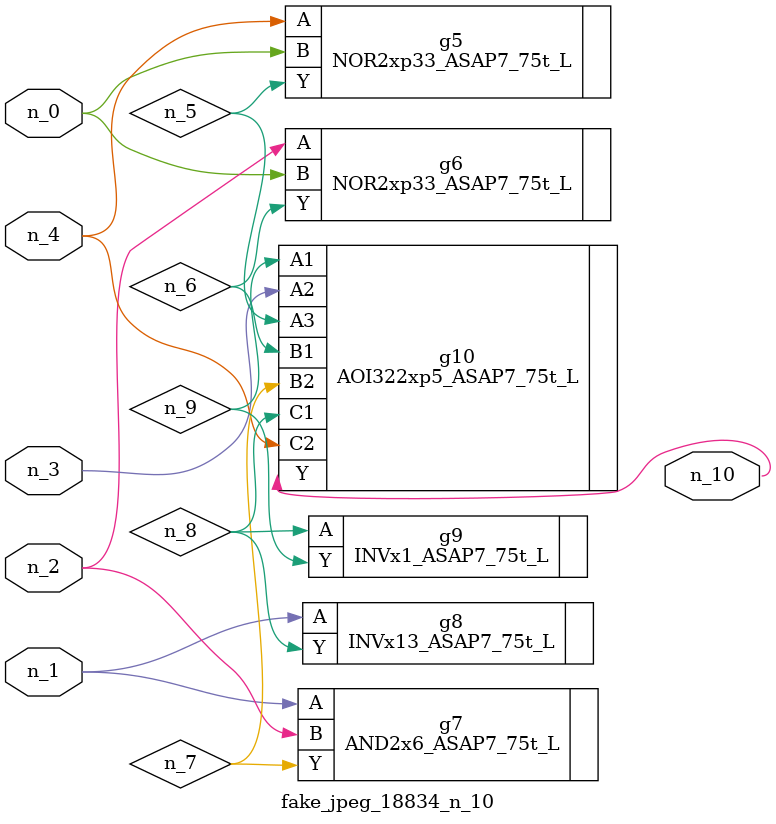
<source format=v>
module fake_jpeg_18834_n_10 (n_3, n_2, n_1, n_0, n_4, n_10);

input n_3;
input n_2;
input n_1;
input n_0;
input n_4;

output n_10;

wire n_8;
wire n_9;
wire n_6;
wire n_5;
wire n_7;

NOR2xp33_ASAP7_75t_L g5 ( 
.A(n_4),
.B(n_0),
.Y(n_5)
);

NOR2xp33_ASAP7_75t_L g6 ( 
.A(n_2),
.B(n_0),
.Y(n_6)
);

AND2x6_ASAP7_75t_L g7 ( 
.A(n_1),
.B(n_2),
.Y(n_7)
);

INVx13_ASAP7_75t_L g8 ( 
.A(n_1),
.Y(n_8)
);

INVx1_ASAP7_75t_L g9 ( 
.A(n_8),
.Y(n_9)
);

AOI322xp5_ASAP7_75t_L g10 ( 
.A1(n_9),
.A2(n_3),
.A3(n_5),
.B1(n_6),
.B2(n_7),
.C1(n_8),
.C2(n_4),
.Y(n_10)
);


endmodule
</source>
